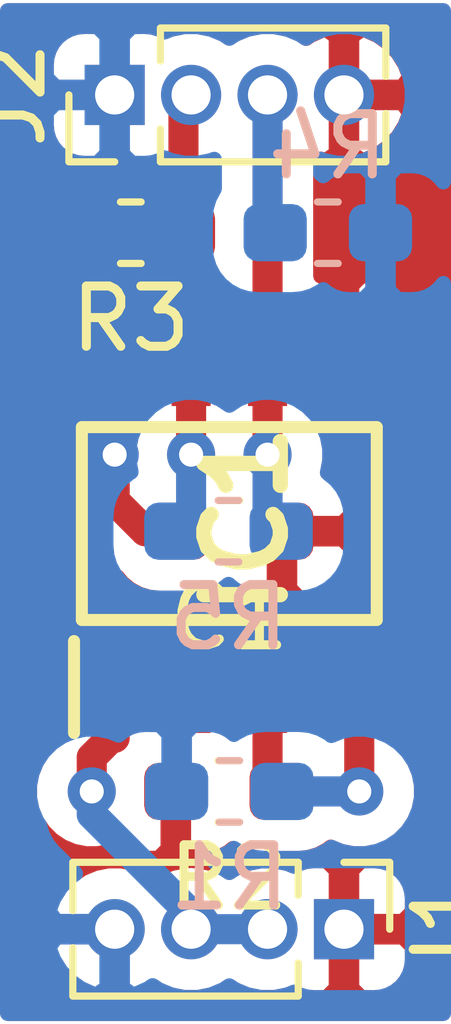
<source format=kicad_pcb>
(kicad_pcb (version 20171130) (host pcbnew "(5.1.5-0-10_14)")

  (general
    (thickness 1.6)
    (drawings 0)
    (tracks 39)
    (zones 0)
    (modules 9)
    (nets 8)
  )

  (page A4)
  (layers
    (0 F.Cu signal)
    (31 B.Cu signal)
    (32 B.Adhes user)
    (33 F.Adhes user)
    (34 B.Paste user)
    (35 F.Paste user)
    (36 B.SilkS user hide)
    (37 F.SilkS user hide)
    (38 B.Mask user)
    (39 F.Mask user)
    (40 Dwgs.User user)
    (41 Cmts.User user)
    (42 Eco1.User user)
    (43 Eco2.User user)
    (44 Edge.Cuts user)
    (45 Margin user)
    (46 B.CrtYd user)
    (47 F.CrtYd user)
    (48 B.Fab user hide)
    (49 F.Fab user hide)
  )

  (setup
    (last_trace_width 0.5)
    (user_trace_width 0.5)
    (user_trace_width 0.75)
    (trace_clearance 0.2)
    (zone_clearance 0.508)
    (zone_45_only no)
    (trace_min 0.2)
    (via_size 0.8)
    (via_drill 0.4)
    (via_min_size 0.4)
    (via_min_drill 0.3)
    (uvia_size 0.3)
    (uvia_drill 0.1)
    (uvias_allowed no)
    (uvia_min_size 0.2)
    (uvia_min_drill 0.1)
    (edge_width 0.05)
    (segment_width 0.2)
    (pcb_text_width 0.3)
    (pcb_text_size 1.5 1.5)
    (mod_edge_width 0.12)
    (mod_text_size 1 1)
    (mod_text_width 0.15)
    (pad_size 1.524 1.524)
    (pad_drill 0.762)
    (pad_to_mask_clearance 0.051)
    (solder_mask_min_width 0.25)
    (aux_axis_origin 0 0)
    (visible_elements FFFFFF7F)
    (pcbplotparams
      (layerselection 0x010fc_ffffffff)
      (usegerberextensions false)
      (usegerberattributes false)
      (usegerberadvancedattributes false)
      (creategerberjobfile false)
      (excludeedgelayer true)
      (linewidth 0.100000)
      (plotframeref false)
      (viasonmask false)
      (mode 1)
      (useauxorigin false)
      (hpglpennumber 1)
      (hpglpenspeed 20)
      (hpglpendiameter 15.000000)
      (psnegative false)
      (psa4output false)
      (plotreference true)
      (plotvalue true)
      (plotinvisibletext false)
      (padsonsilk false)
      (subtractmaskfromsilk false)
      (outputformat 1)
      (mirror false)
      (drillshape 1)
      (scaleselection 1)
      (outputdirectory ""))
  )

  (net 0 "")
  (net 1 +5V)
  (net 2 GND)
  (net 3 "Net-(IC1-Pad7)")
  (net 4 "Net-(IC1-Pad6)")
  (net 5 "Net-(IC1-Pad4)")
  (net 6 "Net-(IC1-Pad2)")
  (net 7 "Net-(IC1-Pad1)")

  (net_class Default "Dies ist die voreingestellte Netzklasse."
    (clearance 0.2)
    (trace_width 0.25)
    (via_dia 0.8)
    (via_drill 0.4)
    (uvia_dia 0.3)
    (uvia_drill 0.1)
    (add_net +5V)
    (add_net GND)
    (add_net "Net-(IC1-Pad1)")
    (add_net "Net-(IC1-Pad2)")
    (add_net "Net-(IC1-Pad4)")
    (add_net "Net-(IC1-Pad6)")
    (add_net "Net-(IC1-Pad7)")
  )

  (module Resistor_SMD:R_0603_1608Metric_Pad1.05x0.95mm_HandSolder (layer B.Cu) (tedit 5B301BBD) (tstamp 5F88C543)
    (at 15.734 20.701)
    (descr "Resistor SMD 0603 (1608 Metric), square (rectangular) end terminal, IPC_7351 nominal with elongated pad for handsoldering. (Body size source: http://www.tortai-tech.com/upload/download/2011102023233369053.pdf), generated with kicad-footprint-generator")
    (tags "resistor handsolder")
    (path /5F8908CE)
    (attr smd)
    (fp_text reference R5 (at 0 1.43) (layer B.SilkS)
      (effects (font (size 1 1) (thickness 0.15)) (justify mirror))
    )
    (fp_text value R120 (at 0 -1.43) (layer B.Fab)
      (effects (font (size 1 1) (thickness 0.15)) (justify mirror))
    )
    (fp_text user %R (at 0 0) (layer B.Fab)
      (effects (font (size 0.4 0.4) (thickness 0.06)) (justify mirror))
    )
    (fp_line (start 1.65 -0.73) (end -1.65 -0.73) (layer B.CrtYd) (width 0.05))
    (fp_line (start 1.65 0.73) (end 1.65 -0.73) (layer B.CrtYd) (width 0.05))
    (fp_line (start -1.65 0.73) (end 1.65 0.73) (layer B.CrtYd) (width 0.05))
    (fp_line (start -1.65 -0.73) (end -1.65 0.73) (layer B.CrtYd) (width 0.05))
    (fp_line (start -0.171267 -0.51) (end 0.171267 -0.51) (layer B.SilkS) (width 0.12))
    (fp_line (start -0.171267 0.51) (end 0.171267 0.51) (layer B.SilkS) (width 0.12))
    (fp_line (start 0.8 -0.4) (end -0.8 -0.4) (layer B.Fab) (width 0.1))
    (fp_line (start 0.8 0.4) (end 0.8 -0.4) (layer B.Fab) (width 0.1))
    (fp_line (start -0.8 0.4) (end 0.8 0.4) (layer B.Fab) (width 0.1))
    (fp_line (start -0.8 -0.4) (end -0.8 0.4) (layer B.Fab) (width 0.1))
    (pad 2 smd roundrect (at 0.875 0) (size 1.05 0.95) (layers B.Cu B.Paste B.Mask) (roundrect_rratio 0.25)
      (net 4 "Net-(IC1-Pad6)"))
    (pad 1 smd roundrect (at -0.875 0) (size 1.05 0.95) (layers B.Cu B.Paste B.Mask) (roundrect_rratio 0.25)
      (net 3 "Net-(IC1-Pad7)"))
    (model ${KISYS3DMOD}/Resistor_SMD.3dshapes/R_0603_1608Metric.wrl
      (at (xyz 0 0 0))
      (scale (xyz 1 1 1))
      (rotate (xyz 0 0 0))
    )
  )

  (module Resistor_SMD:R_0603_1608Metric_Pad1.05x0.95mm_HandSolder (layer B.Cu) (tedit 5B301BBD) (tstamp 5F88C532)
    (at 17.385 15.748 180)
    (descr "Resistor SMD 0603 (1608 Metric), square (rectangular) end terminal, IPC_7351 nominal with elongated pad for handsoldering. (Body size source: http://www.tortai-tech.com/upload/download/2011102023233369053.pdf), generated with kicad-footprint-generator")
    (tags "resistor handsolder")
    (path /5F88C099)
    (attr smd)
    (fp_text reference R4 (at 0 1.43) (layer B.SilkS)
      (effects (font (size 1 1) (thickness 0.15)) (justify mirror))
    )
    (fp_text value R20k (at 0 -1.43) (layer B.Fab)
      (effects (font (size 1 1) (thickness 0.15)) (justify mirror))
    )
    (fp_text user %R (at 0 0) (layer B.Fab)
      (effects (font (size 0.4 0.4) (thickness 0.06)) (justify mirror))
    )
    (fp_line (start 1.65 -0.73) (end -1.65 -0.73) (layer B.CrtYd) (width 0.05))
    (fp_line (start 1.65 0.73) (end 1.65 -0.73) (layer B.CrtYd) (width 0.05))
    (fp_line (start -1.65 0.73) (end 1.65 0.73) (layer B.CrtYd) (width 0.05))
    (fp_line (start -1.65 -0.73) (end -1.65 0.73) (layer B.CrtYd) (width 0.05))
    (fp_line (start -0.171267 -0.51) (end 0.171267 -0.51) (layer B.SilkS) (width 0.12))
    (fp_line (start -0.171267 0.51) (end 0.171267 0.51) (layer B.SilkS) (width 0.12))
    (fp_line (start 0.8 -0.4) (end -0.8 -0.4) (layer B.Fab) (width 0.1))
    (fp_line (start 0.8 0.4) (end 0.8 -0.4) (layer B.Fab) (width 0.1))
    (fp_line (start -0.8 0.4) (end 0.8 0.4) (layer B.Fab) (width 0.1))
    (fp_line (start -0.8 -0.4) (end -0.8 0.4) (layer B.Fab) (width 0.1))
    (pad 2 smd roundrect (at 0.875 0 180) (size 1.05 0.95) (layers B.Cu B.Paste B.Mask) (roundrect_rratio 0.25)
      (net 4 "Net-(IC1-Pad6)"))
    (pad 1 smd roundrect (at -0.875 0 180) (size 1.05 0.95) (layers B.Cu B.Paste B.Mask) (roundrect_rratio 0.25)
      (net 1 +5V))
    (model ${KISYS3DMOD}/Resistor_SMD.3dshapes/R_0603_1608Metric.wrl
      (at (xyz 0 0 0))
      (scale (xyz 1 1 1))
      (rotate (xyz 0 0 0))
    )
  )

  (module Resistor_SMD:R_0603_1608Metric_Pad1.05x0.95mm_HandSolder (layer F.Cu) (tedit 5B301BBD) (tstamp 5F88C521)
    (at 14.111 15.748 180)
    (descr "Resistor SMD 0603 (1608 Metric), square (rectangular) end terminal, IPC_7351 nominal with elongated pad for handsoldering. (Body size source: http://www.tortai-tech.com/upload/download/2011102023233369053.pdf), generated with kicad-footprint-generator")
    (tags "resistor handsolder")
    (path /5F88D188)
    (attr smd)
    (fp_text reference R3 (at 0 -1.43) (layer F.SilkS)
      (effects (font (size 1 1) (thickness 0.15)))
    )
    (fp_text value R20k (at 0 1.43) (layer F.Fab)
      (effects (font (size 1 1) (thickness 0.15)))
    )
    (fp_text user %R (at 0 0) (layer F.Fab)
      (effects (font (size 0.4 0.4) (thickness 0.06)))
    )
    (fp_line (start 1.65 0.73) (end -1.65 0.73) (layer F.CrtYd) (width 0.05))
    (fp_line (start 1.65 -0.73) (end 1.65 0.73) (layer F.CrtYd) (width 0.05))
    (fp_line (start -1.65 -0.73) (end 1.65 -0.73) (layer F.CrtYd) (width 0.05))
    (fp_line (start -1.65 0.73) (end -1.65 -0.73) (layer F.CrtYd) (width 0.05))
    (fp_line (start -0.171267 0.51) (end 0.171267 0.51) (layer F.SilkS) (width 0.12))
    (fp_line (start -0.171267 -0.51) (end 0.171267 -0.51) (layer F.SilkS) (width 0.12))
    (fp_line (start 0.8 0.4) (end -0.8 0.4) (layer F.Fab) (width 0.1))
    (fp_line (start 0.8 -0.4) (end 0.8 0.4) (layer F.Fab) (width 0.1))
    (fp_line (start -0.8 -0.4) (end 0.8 -0.4) (layer F.Fab) (width 0.1))
    (fp_line (start -0.8 0.4) (end -0.8 -0.4) (layer F.Fab) (width 0.1))
    (pad 2 smd roundrect (at 0.875 0 180) (size 1.05 0.95) (layers F.Cu F.Paste F.Mask) (roundrect_rratio 0.25)
      (net 2 GND))
    (pad 1 smd roundrect (at -0.875 0 180) (size 1.05 0.95) (layers F.Cu F.Paste F.Mask) (roundrect_rratio 0.25)
      (net 3 "Net-(IC1-Pad7)"))
    (model ${KISYS3DMOD}/Resistor_SMD.3dshapes/R_0603_1608Metric.wrl
      (at (xyz 0 0 0))
      (scale (xyz 1 1 1))
      (rotate (xyz 0 0 0))
    )
  )

  (module Resistor_SMD:R_0603_1608Metric_Pad1.05x0.95mm_HandSolder (layer F.Cu) (tedit 5B301BBD) (tstamp 5F88C510)
    (at 15.734 25.019 180)
    (descr "Resistor SMD 0603 (1608 Metric), square (rectangular) end terminal, IPC_7351 nominal with elongated pad for handsoldering. (Body size source: http://www.tortai-tech.com/upload/download/2011102023233369053.pdf), generated with kicad-footprint-generator")
    (tags "resistor handsolder")
    (path /646DE661)
    (attr smd)
    (fp_text reference R2 (at 0 -1.43) (layer F.SilkS)
      (effects (font (size 1 1) (thickness 0.15)))
    )
    (fp_text value R10k (at 0 1.43) (layer F.Fab)
      (effects (font (size 1 1) (thickness 0.15)))
    )
    (fp_text user %R (at 0 0) (layer F.Fab)
      (effects (font (size 0.4 0.4) (thickness 0.06)))
    )
    (fp_line (start 1.65 0.73) (end -1.65 0.73) (layer F.CrtYd) (width 0.05))
    (fp_line (start 1.65 -0.73) (end 1.65 0.73) (layer F.CrtYd) (width 0.05))
    (fp_line (start -1.65 -0.73) (end 1.65 -0.73) (layer F.CrtYd) (width 0.05))
    (fp_line (start -1.65 0.73) (end -1.65 -0.73) (layer F.CrtYd) (width 0.05))
    (fp_line (start -0.171267 0.51) (end 0.171267 0.51) (layer F.SilkS) (width 0.12))
    (fp_line (start -0.171267 -0.51) (end 0.171267 -0.51) (layer F.SilkS) (width 0.12))
    (fp_line (start 0.8 0.4) (end -0.8 0.4) (layer F.Fab) (width 0.1))
    (fp_line (start 0.8 -0.4) (end 0.8 0.4) (layer F.Fab) (width 0.1))
    (fp_line (start -0.8 -0.4) (end 0.8 -0.4) (layer F.Fab) (width 0.1))
    (fp_line (start -0.8 0.4) (end -0.8 -0.4) (layer F.Fab) (width 0.1))
    (pad 2 smd roundrect (at 0.875 0 180) (size 1.05 0.95) (layers F.Cu F.Paste F.Mask) (roundrect_rratio 0.25)
      (net 2 GND))
    (pad 1 smd roundrect (at -0.875 0 180) (size 1.05 0.95) (layers F.Cu F.Paste F.Mask) (roundrect_rratio 0.25)
      (net 6 "Net-(IC1-Pad2)"))
    (model ${KISYS3DMOD}/Resistor_SMD.3dshapes/R_0603_1608Metric.wrl
      (at (xyz 0 0 0))
      (scale (xyz 1 1 1))
      (rotate (xyz 0 0 0))
    )
  )

  (module Resistor_SMD:R_0603_1608Metric_Pad1.05x0.95mm_HandSolder (layer B.Cu) (tedit 5B301BBD) (tstamp 5F88C4FF)
    (at 15.748 25.019)
    (descr "Resistor SMD 0603 (1608 Metric), square (rectangular) end terminal, IPC_7351 nominal with elongated pad for handsoldering. (Body size source: http://www.tortai-tech.com/upload/download/2011102023233369053.pdf), generated with kicad-footprint-generator")
    (tags "resistor handsolder")
    (path /646E110B)
    (attr smd)
    (fp_text reference R1 (at 0 1.43) (layer B.SilkS)
      (effects (font (size 1 1) (thickness 0.15)) (justify mirror))
    )
    (fp_text value R10k (at 0 -1.43) (layer B.Fab)
      (effects (font (size 1 1) (thickness 0.15)) (justify mirror))
    )
    (fp_text user %R (at 0 0) (layer B.Fab)
      (effects (font (size 0.4 0.4) (thickness 0.06)) (justify mirror))
    )
    (fp_line (start 1.65 -0.73) (end -1.65 -0.73) (layer B.CrtYd) (width 0.05))
    (fp_line (start 1.65 0.73) (end 1.65 -0.73) (layer B.CrtYd) (width 0.05))
    (fp_line (start -1.65 0.73) (end 1.65 0.73) (layer B.CrtYd) (width 0.05))
    (fp_line (start -1.65 -0.73) (end -1.65 0.73) (layer B.CrtYd) (width 0.05))
    (fp_line (start -0.171267 -0.51) (end 0.171267 -0.51) (layer B.SilkS) (width 0.12))
    (fp_line (start -0.171267 0.51) (end 0.171267 0.51) (layer B.SilkS) (width 0.12))
    (fp_line (start 0.8 -0.4) (end -0.8 -0.4) (layer B.Fab) (width 0.1))
    (fp_line (start 0.8 0.4) (end 0.8 -0.4) (layer B.Fab) (width 0.1))
    (fp_line (start -0.8 0.4) (end 0.8 0.4) (layer B.Fab) (width 0.1))
    (fp_line (start -0.8 -0.4) (end -0.8 0.4) (layer B.Fab) (width 0.1))
    (pad 2 smd roundrect (at 0.875 0) (size 1.05 0.95) (layers B.Cu B.Paste B.Mask) (roundrect_rratio 0.25)
      (net 5 "Net-(IC1-Pad4)"))
    (pad 1 smd roundrect (at -0.875 0) (size 1.05 0.95) (layers B.Cu B.Paste B.Mask) (roundrect_rratio 0.25)
      (net 1 +5V))
    (model ${KISYS3DMOD}/Resistor_SMD.3dshapes/R_0603_1608Metric.wrl
      (at (xyz 0 0 0))
      (scale (xyz 1 1 1))
      (rotate (xyz 0 0 0))
    )
  )

  (module Connector_PinHeader_1.27mm:PinHeader_1x04_P1.27mm_Vertical (layer F.Cu) (tedit 59FED6E3) (tstamp 5F88C4EE)
    (at 13.843 13.462 90)
    (descr "Through hole straight pin header, 1x04, 1.27mm pitch, single row")
    (tags "Through hole pin header THT 1x04 1.27mm single row")
    (path /646E413C)
    (fp_text reference J2 (at 0 -1.695 90) (layer F.SilkS)
      (effects (font (size 1 1) (thickness 0.15)))
    )
    (fp_text value Screw_Terminal_01x04 (at 0 5.505 90) (layer F.Fab)
      (effects (font (size 1 1) (thickness 0.15)))
    )
    (fp_text user %R (at 0 1.905) (layer F.Fab)
      (effects (font (size 1 1) (thickness 0.15)))
    )
    (fp_line (start 1.55 -1.15) (end -1.55 -1.15) (layer F.CrtYd) (width 0.05))
    (fp_line (start 1.55 4.95) (end 1.55 -1.15) (layer F.CrtYd) (width 0.05))
    (fp_line (start -1.55 4.95) (end 1.55 4.95) (layer F.CrtYd) (width 0.05))
    (fp_line (start -1.55 -1.15) (end -1.55 4.95) (layer F.CrtYd) (width 0.05))
    (fp_line (start -1.11 -0.76) (end 0 -0.76) (layer F.SilkS) (width 0.12))
    (fp_line (start -1.11 0) (end -1.11 -0.76) (layer F.SilkS) (width 0.12))
    (fp_line (start 0.563471 0.76) (end 1.11 0.76) (layer F.SilkS) (width 0.12))
    (fp_line (start -1.11 0.76) (end -0.563471 0.76) (layer F.SilkS) (width 0.12))
    (fp_line (start 1.11 0.76) (end 1.11 4.505) (layer F.SilkS) (width 0.12))
    (fp_line (start -1.11 0.76) (end -1.11 4.505) (layer F.SilkS) (width 0.12))
    (fp_line (start 0.30753 4.505) (end 1.11 4.505) (layer F.SilkS) (width 0.12))
    (fp_line (start -1.11 4.505) (end -0.30753 4.505) (layer F.SilkS) (width 0.12))
    (fp_line (start -1.05 -0.11) (end -0.525 -0.635) (layer F.Fab) (width 0.1))
    (fp_line (start -1.05 4.445) (end -1.05 -0.11) (layer F.Fab) (width 0.1))
    (fp_line (start 1.05 4.445) (end -1.05 4.445) (layer F.Fab) (width 0.1))
    (fp_line (start 1.05 -0.635) (end 1.05 4.445) (layer F.Fab) (width 0.1))
    (fp_line (start -0.525 -0.635) (end 1.05 -0.635) (layer F.Fab) (width 0.1))
    (pad 4 thru_hole oval (at 0 3.81 90) (size 1 1) (drill 0.65) (layers *.Cu *.Mask)
      (net 2 GND))
    (pad 3 thru_hole oval (at 0 2.54 90) (size 1 1) (drill 0.65) (layers *.Cu *.Mask)
      (net 4 "Net-(IC1-Pad6)"))
    (pad 2 thru_hole oval (at 0 1.27 90) (size 1 1) (drill 0.65) (layers *.Cu *.Mask)
      (net 3 "Net-(IC1-Pad7)"))
    (pad 1 thru_hole rect (at 0 0 90) (size 1 1) (drill 0.65) (layers *.Cu *.Mask)
      (net 1 +5V))
    (model ${KISYS3DMOD}/Connector_PinHeader_1.27mm.3dshapes/PinHeader_1x04_P1.27mm_Vertical.wrl
      (at (xyz 0 0 0))
      (scale (xyz 1 1 1))
      (rotate (xyz 0 0 0))
    )
  )

  (module Connector_PinHeader_1.27mm:PinHeader_1x04_P1.27mm_Vertical (layer F.Cu) (tedit 59FED6E3) (tstamp 5F88C4D4)
    (at 17.653 27.305 270)
    (descr "Through hole straight pin header, 1x04, 1.27mm pitch, single row")
    (tags "Through hole pin header THT 1x04 1.27mm single row")
    (path /646E5607)
    (fp_text reference J1 (at 0 -1.695 90) (layer F.SilkS)
      (effects (font (size 1 1) (thickness 0.15)))
    )
    (fp_text value Screw_Terminal_01x04 (at 0 5.505 90) (layer F.Fab)
      (effects (font (size 1 1) (thickness 0.15)))
    )
    (fp_text user %R (at 0 1.905) (layer F.Fab)
      (effects (font (size 1 1) (thickness 0.15)))
    )
    (fp_line (start 1.55 -1.15) (end -1.55 -1.15) (layer F.CrtYd) (width 0.05))
    (fp_line (start 1.55 4.95) (end 1.55 -1.15) (layer F.CrtYd) (width 0.05))
    (fp_line (start -1.55 4.95) (end 1.55 4.95) (layer F.CrtYd) (width 0.05))
    (fp_line (start -1.55 -1.15) (end -1.55 4.95) (layer F.CrtYd) (width 0.05))
    (fp_line (start -1.11 -0.76) (end 0 -0.76) (layer F.SilkS) (width 0.12))
    (fp_line (start -1.11 0) (end -1.11 -0.76) (layer F.SilkS) (width 0.12))
    (fp_line (start 0.563471 0.76) (end 1.11 0.76) (layer F.SilkS) (width 0.12))
    (fp_line (start -1.11 0.76) (end -0.563471 0.76) (layer F.SilkS) (width 0.12))
    (fp_line (start 1.11 0.76) (end 1.11 4.505) (layer F.SilkS) (width 0.12))
    (fp_line (start -1.11 0.76) (end -1.11 4.505) (layer F.SilkS) (width 0.12))
    (fp_line (start 0.30753 4.505) (end 1.11 4.505) (layer F.SilkS) (width 0.12))
    (fp_line (start -1.11 4.505) (end -0.30753 4.505) (layer F.SilkS) (width 0.12))
    (fp_line (start -1.05 -0.11) (end -0.525 -0.635) (layer F.Fab) (width 0.1))
    (fp_line (start -1.05 4.445) (end -1.05 -0.11) (layer F.Fab) (width 0.1))
    (fp_line (start 1.05 4.445) (end -1.05 4.445) (layer F.Fab) (width 0.1))
    (fp_line (start 1.05 -0.635) (end 1.05 4.445) (layer F.Fab) (width 0.1))
    (fp_line (start -0.525 -0.635) (end 1.05 -0.635) (layer F.Fab) (width 0.1))
    (pad 4 thru_hole oval (at 0 3.81 270) (size 1 1) (drill 0.65) (layers *.Cu *.Mask)
      (net 1 +5V))
    (pad 3 thru_hole oval (at 0 2.54 270) (size 1 1) (drill 0.65) (layers *.Cu *.Mask)
      (net 7 "Net-(IC1-Pad1)"))
    (pad 2 thru_hole oval (at 0 1.27 270) (size 1 1) (drill 0.65) (layers *.Cu *.Mask)
      (net 7 "Net-(IC1-Pad1)"))
    (pad 1 thru_hole rect (at 0 0 270) (size 1 1) (drill 0.65) (layers *.Cu *.Mask)
      (net 2 GND))
    (model ${KISYS3DMOD}/Connector_PinHeader_1.27mm.3dshapes/PinHeader_1x04_P1.27mm_Vertical.wrl
      (at (xyz 0 0 0))
      (scale (xyz 1 1 1))
      (rotate (xyz 0 0 0))
    )
  )

  (module MAX485ESA+T:SOIC127P600X175-8N (layer F.Cu) (tedit 5F887A95) (tstamp 5F88C4BA)
    (at 15.748 20.574 90)
    (descr "8 SO")
    (tags "Integrated Circuit")
    (path /646DCA8A)
    (attr smd)
    (fp_text reference IC1 (at 0.059999 0.272999 90) (layer F.SilkS)
      (effects (font (size 1.27 1.27) (thickness 0.254)))
    )
    (fp_text value MAX485ESA+T (at 0 0 90) (layer F.SilkS) hide
      (effects (font (size 1.27 1.27) (thickness 0.254)))
    )
    (fp_line (start -3.475 -2.58) (end -1.95 -2.58) (layer F.SilkS) (width 0.2))
    (fp_line (start -1.6 2.45) (end -1.6 -2.45) (layer F.SilkS) (width 0.2))
    (fp_line (start 1.6 2.45) (end -1.6 2.45) (layer F.SilkS) (width 0.2))
    (fp_line (start 1.6 -2.45) (end 1.6 2.45) (layer F.SilkS) (width 0.2))
    (fp_line (start -1.6 -2.45) (end 1.6 -2.45) (layer F.SilkS) (width 0.2))
    (fp_line (start -1.95 -1.18) (end -0.68 -2.45) (layer Dwgs.User) (width 0.1))
    (fp_line (start -1.95 2.45) (end -1.95 -2.45) (layer Dwgs.User) (width 0.1))
    (fp_line (start 1.95 2.45) (end -1.95 2.45) (layer Dwgs.User) (width 0.1))
    (fp_line (start 1.95 -2.45) (end 1.95 2.45) (layer Dwgs.User) (width 0.1))
    (fp_line (start -1.95 -2.45) (end 1.95 -2.45) (layer Dwgs.User) (width 0.1))
    (fp_line (start -3.725 2.75) (end -3.725 -2.75) (layer Dwgs.User) (width 0.05))
    (fp_line (start 3.725 2.75) (end -3.725 2.75) (layer Dwgs.User) (width 0.05))
    (fp_line (start 3.725 -2.75) (end 3.725 2.75) (layer Dwgs.User) (width 0.05))
    (fp_line (start -3.725 -2.75) (end 3.725 -2.75) (layer Dwgs.User) (width 0.05))
    (pad 8 smd rect (at 2.712 -1.905 180) (size 0.65 1.525) (layers F.Cu F.Paste F.Mask)
      (net 1 +5V))
    (pad 7 smd rect (at 2.712 -0.635 180) (size 0.65 1.525) (layers F.Cu F.Paste F.Mask)
      (net 3 "Net-(IC1-Pad7)"))
    (pad 6 smd rect (at 2.712 0.635 180) (size 0.65 1.525) (layers F.Cu F.Paste F.Mask)
      (net 4 "Net-(IC1-Pad6)"))
    (pad 5 smd rect (at 2.712 1.905 180) (size 0.65 1.525) (layers F.Cu F.Paste F.Mask)
      (net 2 GND))
    (pad 4 smd rect (at -2.712 1.905 180) (size 0.65 1.525) (layers F.Cu F.Paste F.Mask)
      (net 5 "Net-(IC1-Pad4)"))
    (pad 3 smd rect (at -2.712 0.635 180) (size 0.65 1.525) (layers F.Cu F.Paste F.Mask)
      (net 6 "Net-(IC1-Pad2)"))
    (pad 2 smd rect (at -2.712 -0.635 180) (size 0.65 1.525) (layers F.Cu F.Paste F.Mask)
      (net 6 "Net-(IC1-Pad2)"))
    (pad 1 smd rect (at -2.712 -1.905 180) (size 0.65 1.525) (layers F.Cu F.Paste F.Mask)
      (net 7 "Net-(IC1-Pad1)"))
  )

  (module Capacitor_SMD:C_0603_1608Metric_Pad1.05x0.95mm_HandSolder (layer F.Cu) (tedit 5B301BBE) (tstamp 5F88C4A0)
    (at 15.748 20.701 180)
    (descr "Capacitor SMD 0603 (1608 Metric), square (rectangular) end terminal, IPC_7351 nominal with elongated pad for handsoldering. (Body size source: http://www.tortai-tech.com/upload/download/2011102023233369053.pdf), generated with kicad-footprint-generator")
    (tags "capacitor handsolder")
    (path /646E2BDE)
    (attr smd)
    (fp_text reference C1 (at 0 -1.43) (layer F.SilkS)
      (effects (font (size 1 1) (thickness 0.15)))
    )
    (fp_text value C100n (at 0 1.43) (layer F.Fab)
      (effects (font (size 1 1) (thickness 0.15)))
    )
    (fp_text user %R (at 0 0) (layer F.Fab)
      (effects (font (size 0.4 0.4) (thickness 0.06)))
    )
    (fp_line (start 1.65 0.73) (end -1.65 0.73) (layer F.CrtYd) (width 0.05))
    (fp_line (start 1.65 -0.73) (end 1.65 0.73) (layer F.CrtYd) (width 0.05))
    (fp_line (start -1.65 -0.73) (end 1.65 -0.73) (layer F.CrtYd) (width 0.05))
    (fp_line (start -1.65 0.73) (end -1.65 -0.73) (layer F.CrtYd) (width 0.05))
    (fp_line (start -0.171267 0.51) (end 0.171267 0.51) (layer F.SilkS) (width 0.12))
    (fp_line (start -0.171267 -0.51) (end 0.171267 -0.51) (layer F.SilkS) (width 0.12))
    (fp_line (start 0.8 0.4) (end -0.8 0.4) (layer F.Fab) (width 0.1))
    (fp_line (start 0.8 -0.4) (end 0.8 0.4) (layer F.Fab) (width 0.1))
    (fp_line (start -0.8 -0.4) (end 0.8 -0.4) (layer F.Fab) (width 0.1))
    (fp_line (start -0.8 0.4) (end -0.8 -0.4) (layer F.Fab) (width 0.1))
    (pad 2 smd roundrect (at 0.875 0 180) (size 1.05 0.95) (layers F.Cu F.Paste F.Mask) (roundrect_rratio 0.25)
      (net 1 +5V))
    (pad 1 smd roundrect (at -0.875 0 180) (size 1.05 0.95) (layers F.Cu F.Paste F.Mask) (roundrect_rratio 0.25)
      (net 2 GND))
    (model ${KISYS3DMOD}/Capacitor_SMD.3dshapes/C_0603_1608Metric.wrl
      (at (xyz 0 0 0))
      (scale (xyz 1 1 1))
      (rotate (xyz 0 0 0))
    )
  )

  (via (at 17.907 25.019) (size 0.8) (drill 0.4) (layers F.Cu B.Cu) (net 5))
  (via (at 13.843 19.431) (size 0.8) (drill 0.4) (layers F.Cu B.Cu) (net 1))
  (segment (start 13.843 19.431) (end 13.843 17.862) (width 0.5) (layer F.Cu) (net 1))
  (segment (start 14.348 20.701) (end 13.843 20.196) (width 0.5) (layer F.Cu) (net 1))
  (segment (start 14.873 20.701) (end 14.348 20.701) (width 0.5) (layer F.Cu) (net 1))
  (segment (start 13.843 20.196) (end 13.843 19.431) (width 0.5) (layer F.Cu) (net 1))
  (via (at 13.462 25.019) (size 0.8) (drill 0.4) (layers F.Cu B.Cu) (net 7))
  (via (at 15.113 19.431) (size 0.8) (drill 0.4) (layers F.Cu B.Cu) (net 3))
  (segment (start 15.113 20.447) (end 14.859 20.701) (width 0.5) (layer B.Cu) (net 3))
  (segment (start 15.113 19.431) (end 15.113 20.447) (width 0.5) (layer B.Cu) (net 3))
  (segment (start 15.113 19.431) (end 15.113 17.862) (width 0.5) (layer F.Cu) (net 3))
  (segment (start 14.986 13.589) (end 15.113 13.462) (width 0.5) (layer F.Cu) (net 3))
  (segment (start 14.986 15.748) (end 14.986 13.589) (width 0.5) (layer F.Cu) (net 3))
  (segment (start 14.986 17.735) (end 15.113 17.862) (width 0.5) (layer F.Cu) (net 3))
  (segment (start 14.986 15.748) (end 14.986 17.735) (width 0.5) (layer F.Cu) (net 3))
  (via (at 16.383 19.431) (size 0.8) (drill 0.4) (layers F.Cu B.Cu) (net 4))
  (segment (start 16.383 20.475) (end 16.609 20.701) (width 0.5) (layer B.Cu) (net 4))
  (segment (start 16.383 19.431) (end 16.383 20.475) (width 0.5) (layer B.Cu) (net 4))
  (segment (start 16.383 19.431) (end 16.383 17.862) (width 0.5) (layer F.Cu) (net 4))
  (segment (start 16.383 15.621) (end 16.51 15.748) (width 0.5) (layer B.Cu) (net 4))
  (segment (start 16.383 13.462) (end 16.383 15.621) (width 0.5) (layer B.Cu) (net 4))
  (segment (start 16.383 17.862) (end 16.383 13.462) (width 0.5) (layer F.Cu) (net 4))
  (segment (start 17.653 23.286) (end 17.653 23.749) (width 0.5) (layer F.Cu) (net 5))
  (segment (start 17.907 24.003) (end 17.907 25.019) (width 0.5) (layer F.Cu) (net 5))
  (segment (start 17.653 23.749) (end 17.907 24.003) (width 0.5) (layer F.Cu) (net 5))
  (segment (start 16.623 25.019) (end 17.907 25.019) (width 0.5) (layer B.Cu) (net 5))
  (segment (start 15.748 23.368) (end 15.621 23.241) (width 0.5) (layer F.Cu) (net 6))
  (segment (start 15.621 23.241) (end 16.383 23.286) (width 0.75) (layer F.Cu) (net 6))
  (segment (start 15.113 23.286) (end 15.621 23.241) (width 0.75) (layer F.Cu) (net 6))
  (segment (start 16.383 24.793) (end 16.609 25.019) (width 0.5) (layer F.Cu) (net 6))
  (segment (start 16.383 23.286) (end 16.383 24.793) (width 0.5) (layer F.Cu) (net 6))
  (segment (start 15.113 27.051) (end 15.113 27.305) (width 0.5) (layer F.Cu) (net 7))
  (segment (start 13.843 23.286) (end 13.843 24.13) (width 0.5) (layer F.Cu) (net 7))
  (segment (start 13.462 24.453315) (end 13.462 25.019) (width 0.5) (layer F.Cu) (net 7))
  (segment (start 13.785315 24.13) (end 13.462 24.453315) (width 0.5) (layer F.Cu) (net 7))
  (segment (start 13.843 24.13) (end 13.785315 24.13) (width 0.5) (layer F.Cu) (net 7))
  (segment (start 13.462 25.019) (end 13.462 25.4) (width 0.5) (layer B.Cu) (net 7))
  (segment (start 15.367 27.305) (end 16.383 27.305) (width 0.5) (layer B.Cu) (net 7))
  (segment (start 13.462 25.4) (end 15.367 27.305) (width 0.5) (layer B.Cu) (net 7))

  (zone (net 2) (net_name GND) (layer F.Cu) (tstamp 5F88D656) (hatch edge 0.508)
    (priority 1)
    (connect_pads (clearance 0.508))
    (min_thickness 0.254)
    (fill yes (arc_segments 32) (thermal_gap 0.508) (thermal_bridge_width 0.508))
    (polygon
      (pts
        (xy 19.431 28.829) (xy 11.938 28.829) (xy 11.938 11.938) (xy 19.431 11.938)
      )
    )
    (filled_polygon
      (pts
        (xy 19.304 28.702) (xy 12.065 28.702) (xy 12.065 27.193212) (xy 12.708 27.193212) (xy 12.708 27.416788)
        (xy 12.751617 27.636067) (xy 12.837176 27.842624) (xy 12.961388 28.02852) (xy 13.11948 28.186612) (xy 13.305376 28.310824)
        (xy 13.511933 28.396383) (xy 13.731212 28.44) (xy 13.954788 28.44) (xy 14.174067 28.396383) (xy 14.380624 28.310824)
        (xy 14.478 28.245759) (xy 14.575376 28.310824) (xy 14.781933 28.396383) (xy 15.001212 28.44) (xy 15.224788 28.44)
        (xy 15.444067 28.396383) (xy 15.650624 28.310824) (xy 15.748 28.245759) (xy 15.845376 28.310824) (xy 16.051933 28.396383)
        (xy 16.271212 28.44) (xy 16.494788 28.44) (xy 16.714067 28.396383) (xy 16.825774 28.350112) (xy 16.90882 28.394502)
        (xy 17.028518 28.430812) (xy 17.153 28.443072) (xy 17.36725 28.44) (xy 17.526 28.28125) (xy 17.526 27.432)
        (xy 17.78 27.432) (xy 17.78 28.28125) (xy 17.93875 28.44) (xy 18.153 28.443072) (xy 18.277482 28.430812)
        (xy 18.39718 28.394502) (xy 18.507494 28.335537) (xy 18.604185 28.256185) (xy 18.683537 28.159494) (xy 18.742502 28.04918)
        (xy 18.778812 27.929482) (xy 18.791072 27.805) (xy 18.788 27.59075) (xy 18.62925 27.432) (xy 17.78 27.432)
        (xy 17.526 27.432) (xy 17.514974 27.432) (xy 17.518 27.416788) (xy 17.518 27.193212) (xy 17.514974 27.178)
        (xy 17.526 27.178) (xy 17.526 26.32875) (xy 17.78 26.32875) (xy 17.78 27.178) (xy 18.62925 27.178)
        (xy 18.788 27.01925) (xy 18.791072 26.805) (xy 18.778812 26.680518) (xy 18.742502 26.56082) (xy 18.683537 26.450506)
        (xy 18.604185 26.353815) (xy 18.507494 26.274463) (xy 18.39718 26.215498) (xy 18.277482 26.179188) (xy 18.153 26.166928)
        (xy 17.93875 26.17) (xy 17.78 26.32875) (xy 17.526 26.32875) (xy 17.36725 26.17) (xy 17.153 26.166928)
        (xy 17.028518 26.179188) (xy 16.90882 26.215498) (xy 16.825774 26.259888) (xy 16.714067 26.213617) (xy 16.494788 26.17)
        (xy 16.271212 26.17) (xy 16.051933 26.213617) (xy 15.845376 26.299176) (xy 15.748 26.364241) (xy 15.650624 26.299176)
        (xy 15.444067 26.213617) (xy 15.319695 26.188878) (xy 15.286489 26.178805) (xy 15.251954 26.175404) (xy 15.224788 26.17)
        (xy 15.197089 26.17) (xy 15.113 26.161718) (xy 15.02891 26.17) (xy 15.001212 26.17) (xy 14.974047 26.175403)
        (xy 14.93951 26.178805) (xy 14.906303 26.188879) (xy 14.781933 26.213617) (xy 14.575376 26.299176) (xy 14.478 26.364241)
        (xy 14.380624 26.299176) (xy 14.174067 26.213617) (xy 13.954788 26.17) (xy 13.731212 26.17) (xy 13.511933 26.213617)
        (xy 13.305376 26.299176) (xy 13.11948 26.423388) (xy 12.961388 26.58148) (xy 12.837176 26.767376) (xy 12.751617 26.973933)
        (xy 12.708 27.193212) (xy 12.065 27.193212) (xy 12.065 24.917061) (xy 12.427 24.917061) (xy 12.427 25.120939)
        (xy 12.466774 25.320898) (xy 12.544795 25.509256) (xy 12.658063 25.678774) (xy 12.802226 25.822937) (xy 12.971744 25.936205)
        (xy 13.160102 26.014226) (xy 13.360061 26.054) (xy 13.563939 26.054) (xy 13.763898 26.014226) (xy 13.898836 25.958333)
        (xy 13.979506 26.024537) (xy 14.08982 26.083502) (xy 14.209518 26.119812) (xy 14.334 26.132072) (xy 14.57325 26.129)
        (xy 14.732 25.97025) (xy 14.732 25.146) (xy 14.712 25.146) (xy 14.712 24.892) (xy 14.732 24.892)
        (xy 14.732 24.872) (xy 14.986 24.872) (xy 14.986 24.892) (xy 15.006 24.892) (xy 15.006 25.146)
        (xy 14.986 25.146) (xy 14.986 25.97025) (xy 15.14475 26.129) (xy 15.384 26.132072) (xy 15.508482 26.119812)
        (xy 15.62818 26.083502) (xy 15.738494 26.024537) (xy 15.811161 25.964901) (xy 15.835058 25.984512) (xy 15.986433 26.065423)
        (xy 16.150684 26.115248) (xy 16.3215 26.132072) (xy 16.8965 26.132072) (xy 17.067316 26.115248) (xy 17.231567 26.065423)
        (xy 17.382942 25.984512) (xy 17.433398 25.943103) (xy 17.605102 26.014226) (xy 17.805061 26.054) (xy 18.008939 26.054)
        (xy 18.208898 26.014226) (xy 18.397256 25.936205) (xy 18.566774 25.822937) (xy 18.710937 25.678774) (xy 18.824205 25.509256)
        (xy 18.902226 25.320898) (xy 18.942 25.120939) (xy 18.942 24.917061) (xy 18.902226 24.717102) (xy 18.824205 24.528744)
        (xy 18.792 24.480546) (xy 18.792 24.046465) (xy 18.796281 24.002999) (xy 18.792 23.959533) (xy 18.792 23.959523)
        (xy 18.779195 23.82951) (xy 18.728589 23.662687) (xy 18.646411 23.508941) (xy 18.616072 23.471973) (xy 18.616072 22.5235)
        (xy 18.603812 22.399018) (xy 18.567502 22.27932) (xy 18.508537 22.169006) (xy 18.429185 22.072315) (xy 18.332494 21.992963)
        (xy 18.22218 21.933998) (xy 18.102482 21.897688) (xy 17.978 21.885428) (xy 17.328 21.885428) (xy 17.203518 21.897688)
        (xy 17.08382 21.933998) (xy 17.018 21.96918) (xy 16.95218 21.933998) (xy 16.832482 21.897688) (xy 16.708 21.885428)
        (xy 16.058 21.885428) (xy 15.933518 21.897688) (xy 15.81382 21.933998) (xy 15.748 21.96918) (xy 15.68218 21.933998)
        (xy 15.562482 21.897688) (xy 15.438 21.885428) (xy 14.788 21.885428) (xy 14.663518 21.897688) (xy 14.54382 21.933998)
        (xy 14.478 21.96918) (xy 14.41218 21.933998) (xy 14.292482 21.897688) (xy 14.168 21.885428) (xy 13.518 21.885428)
        (xy 13.393518 21.897688) (xy 13.27382 21.933998) (xy 13.163506 21.992963) (xy 13.066815 22.072315) (xy 12.987463 22.169006)
        (xy 12.928498 22.27932) (xy 12.892188 22.399018) (xy 12.879928 22.5235) (xy 12.879928 23.783809) (xy 12.866956 23.796781)
        (xy 12.833183 23.824498) (xy 12.722589 23.959257) (xy 12.640411 24.113003) (xy 12.589805 24.279826) (xy 12.577 24.409839)
        (xy 12.577 24.409846) (xy 12.572719 24.453315) (xy 12.575606 24.482632) (xy 12.544795 24.528744) (xy 12.466774 24.717102)
        (xy 12.427 24.917061) (xy 12.065 24.917061) (xy 12.065 16.223) (xy 12.072928 16.223) (xy 12.085188 16.347482)
        (xy 12.121498 16.46718) (xy 12.180463 16.577494) (xy 12.259815 16.674185) (xy 12.356506 16.753537) (xy 12.46682 16.812502)
        (xy 12.586518 16.848812) (xy 12.711 16.861072) (xy 12.927597 16.858291) (xy 12.892188 16.975018) (xy 12.879928 17.0995)
        (xy 12.879928 18.6245) (xy 12.892188 18.748982) (xy 12.928498 18.86868) (xy 12.948697 18.906469) (xy 12.925795 18.940744)
        (xy 12.847774 19.129102) (xy 12.808 19.329061) (xy 12.808 19.532939) (xy 12.847774 19.732898) (xy 12.925795 19.921256)
        (xy 12.958 19.969454) (xy 12.958 20.152531) (xy 12.953719 20.196) (xy 12.958 20.239469) (xy 12.958 20.239476)
        (xy 12.970805 20.369489) (xy 13.021411 20.536312) (xy 13.103589 20.690058) (xy 13.214183 20.824817) (xy 13.247956 20.852534)
        (xy 13.691466 21.296044) (xy 13.719183 21.329817) (xy 13.853941 21.440411) (xy 13.882876 21.455877) (xy 13.966377 21.557623)
        (xy 14.099058 21.666512) (xy 14.250433 21.747423) (xy 14.414684 21.797248) (xy 14.5855 21.814072) (xy 15.1605 21.814072)
        (xy 15.331316 21.797248) (xy 15.495567 21.747423) (xy 15.646942 21.666512) (xy 15.670839 21.646901) (xy 15.743506 21.706537)
        (xy 15.85382 21.765502) (xy 15.973518 21.801812) (xy 16.098 21.814072) (xy 16.33725 21.811) (xy 16.496 21.65225)
        (xy 16.496 20.828) (xy 16.75 20.828) (xy 16.75 21.65225) (xy 16.90875 21.811) (xy 17.148 21.814072)
        (xy 17.272482 21.801812) (xy 17.39218 21.765502) (xy 17.502494 21.706537) (xy 17.599185 21.627185) (xy 17.678537 21.530494)
        (xy 17.737502 21.42018) (xy 17.773812 21.300482) (xy 17.786072 21.176) (xy 17.783 20.98675) (xy 17.62425 20.828)
        (xy 16.75 20.828) (xy 16.496 20.828) (xy 16.476 20.828) (xy 16.476 20.574) (xy 16.496 20.574)
        (xy 16.496 20.554) (xy 16.75 20.554) (xy 16.75 20.574) (xy 17.62425 20.574) (xy 17.783 20.41525)
        (xy 17.786072 20.226) (xy 17.773812 20.101518) (xy 17.737502 19.98182) (xy 17.678537 19.871506) (xy 17.599185 19.774815)
        (xy 17.502494 19.695463) (xy 17.396899 19.639021) (xy 17.418 19.532939) (xy 17.418 19.329061) (xy 17.398039 19.228711)
        (xy 17.526 19.10075) (xy 17.526 17.989) (xy 17.78 17.989) (xy 17.78 19.10075) (xy 17.93875 19.2595)
        (xy 17.978 19.262572) (xy 18.102482 19.250312) (xy 18.22218 19.214002) (xy 18.332494 19.155037) (xy 18.429185 19.075685)
        (xy 18.508537 18.978994) (xy 18.567502 18.86868) (xy 18.603812 18.748982) (xy 18.616072 18.6245) (xy 18.613 18.14775)
        (xy 18.45425 17.989) (xy 17.78 17.989) (xy 17.526 17.989) (xy 17.506 17.989) (xy 17.506 17.735)
        (xy 17.526 17.735) (xy 17.526 16.62325) (xy 17.78 16.62325) (xy 17.78 17.735) (xy 18.45425 17.735)
        (xy 18.613 17.57625) (xy 18.616072 17.0995) (xy 18.603812 16.975018) (xy 18.567502 16.85532) (xy 18.508537 16.745006)
        (xy 18.429185 16.648315) (xy 18.332494 16.568963) (xy 18.22218 16.509998) (xy 18.102482 16.473688) (xy 17.978 16.461428)
        (xy 17.93875 16.4645) (xy 17.78 16.62325) (xy 17.526 16.62325) (xy 17.36725 16.4645) (xy 17.328 16.461428)
        (xy 17.268 16.467337) (xy 17.268 14.526948) (xy 17.296136 14.539446) (xy 17.351126 14.556119) (xy 17.526 14.429954)
        (xy 17.526 13.589) (xy 17.78 13.589) (xy 17.78 14.429954) (xy 17.954874 14.556119) (xy 18.009864 14.539446)
        (xy 18.213206 14.449123) (xy 18.39502 14.320865) (xy 18.548318 14.159601) (xy 18.66721 13.971529) (xy 18.747126 13.763876)
        (xy 18.622129 13.589) (xy 17.78 13.589) (xy 17.526 13.589) (xy 17.514974 13.589) (xy 17.518 13.573788)
        (xy 17.518 13.350212) (xy 17.514974 13.335) (xy 17.526 13.335) (xy 17.526 12.494046) (xy 17.78 12.494046)
        (xy 17.78 13.335) (xy 18.622129 13.335) (xy 18.747126 13.160124) (xy 18.66721 12.952471) (xy 18.548318 12.764399)
        (xy 18.39502 12.603135) (xy 18.213206 12.474877) (xy 18.009864 12.384554) (xy 17.954874 12.367881) (xy 17.78 12.494046)
        (xy 17.526 12.494046) (xy 17.351126 12.367881) (xy 17.296136 12.384554) (xy 17.092794 12.474877) (xy 17.022658 12.524353)
        (xy 16.920624 12.456176) (xy 16.714067 12.370617) (xy 16.494788 12.327) (xy 16.271212 12.327) (xy 16.051933 12.370617)
        (xy 15.845376 12.456176) (xy 15.748 12.521241) (xy 15.650624 12.456176) (xy 15.444067 12.370617) (xy 15.224788 12.327)
        (xy 15.001212 12.327) (xy 14.781933 12.370617) (xy 14.670226 12.416888) (xy 14.58718 12.372498) (xy 14.467482 12.336188)
        (xy 14.343 12.323928) (xy 13.343 12.323928) (xy 13.218518 12.336188) (xy 13.09882 12.372498) (xy 12.988506 12.431463)
        (xy 12.891815 12.510815) (xy 12.812463 12.607506) (xy 12.753498 12.71782) (xy 12.717188 12.837518) (xy 12.704928 12.962)
        (xy 12.704928 13.962) (xy 12.717188 14.086482) (xy 12.753498 14.20618) (xy 12.812463 14.316494) (xy 12.891815 14.413185)
        (xy 12.988506 14.492537) (xy 13.09882 14.551502) (xy 13.218518 14.587812) (xy 13.343 14.600072) (xy 14.101001 14.600072)
        (xy 14.101 14.734716) (xy 14.00518 14.683498) (xy 13.885482 14.647188) (xy 13.761 14.634928) (xy 13.52175 14.638)
        (xy 13.363 14.79675) (xy 13.363 15.621) (xy 13.383 15.621) (xy 13.383 15.875) (xy 13.363 15.875)
        (xy 13.363 15.895) (xy 13.109 15.895) (xy 13.109 15.875) (xy 12.23475 15.875) (xy 12.076 16.03375)
        (xy 12.072928 16.223) (xy 12.065 16.223) (xy 12.065 15.273) (xy 12.072928 15.273) (xy 12.076 15.46225)
        (xy 12.23475 15.621) (xy 13.109 15.621) (xy 13.109 14.79675) (xy 12.95025 14.638) (xy 12.711 14.634928)
        (xy 12.586518 14.647188) (xy 12.46682 14.683498) (xy 12.356506 14.742463) (xy 12.259815 14.821815) (xy 12.180463 14.918506)
        (xy 12.121498 15.02882) (xy 12.085188 15.148518) (xy 12.072928 15.273) (xy 12.065 15.273) (xy 12.065 12.065)
        (xy 19.304 12.065)
      )
    )
  )
  (zone (net 1) (net_name +5V) (layer B.Cu) (tstamp 5F88D653) (hatch edge 0.508)
    (priority 1)
    (connect_pads (clearance 0.508))
    (min_thickness 0.254)
    (fill yes (arc_segments 32) (thermal_gap 0.508) (thermal_bridge_width 0.508))
    (polygon
      (pts
        (xy 19.431 28.829) (xy 11.938 28.829) (xy 11.938 11.938) (xy 19.431 11.938)
      )
    )
    (filled_polygon
      (pts
        (xy 19.304 14.904448) (xy 19.236185 14.821815) (xy 19.139494 14.742463) (xy 19.02918 14.683498) (xy 18.909482 14.647188)
        (xy 18.785 14.634928) (xy 18.54575 14.638) (xy 18.387 14.79675) (xy 18.387 15.621) (xy 18.407 15.621)
        (xy 18.407 15.875) (xy 18.387 15.875) (xy 18.387 16.69925) (xy 18.54575 16.858) (xy 18.785 16.861072)
        (xy 18.909482 16.848812) (xy 19.02918 16.812502) (xy 19.139494 16.753537) (xy 19.236185 16.674185) (xy 19.304 16.591552)
        (xy 19.304 28.702) (xy 12.065 28.702) (xy 12.065 27.606876) (xy 12.748874 27.606876) (xy 12.82879 27.814529)
        (xy 12.947682 28.002601) (xy 13.10098 28.163865) (xy 13.282794 28.292123) (xy 13.486136 28.382446) (xy 13.541126 28.399119)
        (xy 13.716 28.272954) (xy 13.716 27.432) (xy 12.873871 27.432) (xy 12.748874 27.606876) (xy 12.065 27.606876)
        (xy 12.065 24.917061) (xy 12.427 24.917061) (xy 12.427 25.120939) (xy 12.466774 25.320898) (xy 12.544795 25.509256)
        (xy 12.591543 25.57922) (xy 12.640411 25.740313) (xy 12.722589 25.894059) (xy 12.833184 26.028817) (xy 12.866951 26.056529)
        (xy 13.192204 26.381782) (xy 13.10098 26.446135) (xy 12.947682 26.607399) (xy 12.82879 26.795471) (xy 12.748874 27.003124)
        (xy 12.873871 27.178) (xy 13.716 27.178) (xy 13.716 27.158) (xy 13.968421 27.158) (xy 13.97 27.159579)
        (xy 13.97 27.178) (xy 13.981026 27.178) (xy 13.978 27.193212) (xy 13.978 27.416788) (xy 13.981026 27.432)
        (xy 13.97 27.432) (xy 13.97 28.272954) (xy 14.144874 28.399119) (xy 14.199864 28.382446) (xy 14.403206 28.292123)
        (xy 14.473342 28.242647) (xy 14.575376 28.310824) (xy 14.781933 28.396383) (xy 15.001212 28.44) (xy 15.224788 28.44)
        (xy 15.444067 28.396383) (xy 15.650624 28.310824) (xy 15.748 28.245759) (xy 15.845376 28.310824) (xy 16.051933 28.396383)
        (xy 16.271212 28.44) (xy 16.494788 28.44) (xy 16.714067 28.396383) (xy 16.825774 28.350112) (xy 16.90882 28.394502)
        (xy 17.028518 28.430812) (xy 17.153 28.443072) (xy 18.153 28.443072) (xy 18.277482 28.430812) (xy 18.39718 28.394502)
        (xy 18.507494 28.335537) (xy 18.604185 28.256185) (xy 18.683537 28.159494) (xy 18.742502 28.04918) (xy 18.778812 27.929482)
        (xy 18.791072 27.805) (xy 18.791072 26.805) (xy 18.778812 26.680518) (xy 18.742502 26.56082) (xy 18.683537 26.450506)
        (xy 18.604185 26.353815) (xy 18.507494 26.274463) (xy 18.39718 26.215498) (xy 18.277482 26.179188) (xy 18.153 26.166928)
        (xy 17.153 26.166928) (xy 17.028518 26.179188) (xy 16.90882 26.215498) (xy 16.825774 26.259888) (xy 16.714067 26.213617)
        (xy 16.494788 26.17) (xy 16.271212 26.17) (xy 16.051933 26.213617) (xy 15.845376 26.299176) (xy 15.748 26.364241)
        (xy 15.650624 26.299176) (xy 15.585977 26.272398) (xy 15.441378 26.1278) (xy 15.522482 26.119812) (xy 15.64218 26.083502)
        (xy 15.752494 26.024537) (xy 15.825161 25.964901) (xy 15.849058 25.984512) (xy 16.000433 26.065423) (xy 16.164684 26.115248)
        (xy 16.3355 26.132072) (xy 16.9105 26.132072) (xy 17.081316 26.115248) (xy 17.245567 26.065423) (xy 17.396942 25.984512)
        (xy 17.442702 25.946957) (xy 17.605102 26.014226) (xy 17.805061 26.054) (xy 18.008939 26.054) (xy 18.208898 26.014226)
        (xy 18.397256 25.936205) (xy 18.566774 25.822937) (xy 18.710937 25.678774) (xy 18.824205 25.509256) (xy 18.902226 25.320898)
        (xy 18.942 25.120939) (xy 18.942 24.917061) (xy 18.902226 24.717102) (xy 18.824205 24.528744) (xy 18.710937 24.359226)
        (xy 18.566774 24.215063) (xy 18.397256 24.101795) (xy 18.208898 24.023774) (xy 18.008939 23.984) (xy 17.805061 23.984)
        (xy 17.605102 24.023774) (xy 17.442702 24.091043) (xy 17.396942 24.053488) (xy 17.245567 23.972577) (xy 17.081316 23.922752)
        (xy 16.9105 23.905928) (xy 16.3355 23.905928) (xy 16.164684 23.922752) (xy 16.000433 23.972577) (xy 15.849058 24.053488)
        (xy 15.825161 24.073099) (xy 15.752494 24.013463) (xy 15.64218 23.954498) (xy 15.522482 23.918188) (xy 15.398 23.905928)
        (xy 15.15875 23.909) (xy 15 24.06775) (xy 15 24.892) (xy 15.02 24.892) (xy 15.02 25.146)
        (xy 15 25.146) (xy 15 25.166) (xy 14.746 25.166) (xy 14.746 25.146) (xy 14.726 25.146)
        (xy 14.726 24.892) (xy 14.746 24.892) (xy 14.746 24.06775) (xy 14.58725 23.909) (xy 14.348 23.905928)
        (xy 14.223518 23.918188) (xy 14.10382 23.954498) (xy 13.993506 24.013463) (xy 13.90814 24.083521) (xy 13.763898 24.023774)
        (xy 13.563939 23.984) (xy 13.360061 23.984) (xy 13.160102 24.023774) (xy 12.971744 24.101795) (xy 12.802226 24.215063)
        (xy 12.658063 24.359226) (xy 12.544795 24.528744) (xy 12.466774 24.717102) (xy 12.427 24.917061) (xy 12.065 24.917061)
        (xy 12.065 20.4635) (xy 13.695928 20.4635) (xy 13.695928 20.9385) (xy 13.712752 21.109316) (xy 13.762577 21.273567)
        (xy 13.843488 21.424942) (xy 13.952377 21.557623) (xy 14.085058 21.666512) (xy 14.236433 21.747423) (xy 14.400684 21.797248)
        (xy 14.5715 21.814072) (xy 15.1465 21.814072) (xy 15.317316 21.797248) (xy 15.481567 21.747423) (xy 15.632942 21.666512)
        (xy 15.734 21.583575) (xy 15.835058 21.666512) (xy 15.986433 21.747423) (xy 16.150684 21.797248) (xy 16.3215 21.814072)
        (xy 16.8965 21.814072) (xy 17.067316 21.797248) (xy 17.231567 21.747423) (xy 17.382942 21.666512) (xy 17.515623 21.557623)
        (xy 17.624512 21.424942) (xy 17.705423 21.273567) (xy 17.755248 21.109316) (xy 17.772072 20.9385) (xy 17.772072 20.4635)
        (xy 17.755248 20.292684) (xy 17.705423 20.128433) (xy 17.624512 19.977058) (xy 17.515623 19.844377) (xy 17.382942 19.735488)
        (xy 17.378203 19.732955) (xy 17.378226 19.732898) (xy 17.418 19.532939) (xy 17.418 19.329061) (xy 17.378226 19.129102)
        (xy 17.300205 18.940744) (xy 17.186937 18.771226) (xy 17.042774 18.627063) (xy 16.873256 18.513795) (xy 16.684898 18.435774)
        (xy 16.484939 18.396) (xy 16.281061 18.396) (xy 16.081102 18.435774) (xy 15.892744 18.513795) (xy 15.748 18.61051)
        (xy 15.603256 18.513795) (xy 15.414898 18.435774) (xy 15.214939 18.396) (xy 15.011061 18.396) (xy 14.811102 18.435774)
        (xy 14.622744 18.513795) (xy 14.453226 18.627063) (xy 14.309063 18.771226) (xy 14.195795 18.940744) (xy 14.117774 19.129102)
        (xy 14.078 19.329061) (xy 14.078 19.532939) (xy 14.115096 19.719433) (xy 14.085058 19.735488) (xy 13.952377 19.844377)
        (xy 13.843488 19.977058) (xy 13.762577 20.128433) (xy 13.712752 20.292684) (xy 13.695928 20.4635) (xy 12.065 20.4635)
        (xy 12.065 13.962) (xy 12.704928 13.962) (xy 12.717188 14.086482) (xy 12.753498 14.20618) (xy 12.812463 14.316494)
        (xy 12.891815 14.413185) (xy 12.988506 14.492537) (xy 13.09882 14.551502) (xy 13.218518 14.587812) (xy 13.343 14.600072)
        (xy 13.55725 14.597) (xy 13.716 14.43825) (xy 13.716 13.589) (xy 12.86675 13.589) (xy 12.708 13.74775)
        (xy 12.704928 13.962) (xy 12.065 13.962) (xy 12.065 12.962) (xy 12.704928 12.962) (xy 12.708 13.17625)
        (xy 12.86675 13.335) (xy 13.716 13.335) (xy 13.716 12.48575) (xy 13.97 12.48575) (xy 13.97 13.335)
        (xy 13.981026 13.335) (xy 13.978 13.350212) (xy 13.978 13.573788) (xy 13.981026 13.589) (xy 13.97 13.589)
        (xy 13.97 14.43825) (xy 14.12875 14.597) (xy 14.343 14.600072) (xy 14.467482 14.587812) (xy 14.58718 14.551502)
        (xy 14.670226 14.507112) (xy 14.781933 14.553383) (xy 15.001212 14.597) (xy 15.224788 14.597) (xy 15.444067 14.553383)
        (xy 15.498 14.531043) (xy 15.498001 15.019778) (xy 15.494488 15.024058) (xy 15.413577 15.175433) (xy 15.363752 15.339684)
        (xy 15.346928 15.5105) (xy 15.346928 15.9855) (xy 15.363752 16.156316) (xy 15.413577 16.320567) (xy 15.494488 16.471942)
        (xy 15.603377 16.604623) (xy 15.736058 16.713512) (xy 15.887433 16.794423) (xy 16.051684 16.844248) (xy 16.2225 16.861072)
        (xy 16.7975 16.861072) (xy 16.968316 16.844248) (xy 17.132567 16.794423) (xy 17.283942 16.713512) (xy 17.307839 16.693901)
        (xy 17.380506 16.753537) (xy 17.49082 16.812502) (xy 17.610518 16.848812) (xy 17.735 16.861072) (xy 17.97425 16.858)
        (xy 18.133 16.69925) (xy 18.133 15.875) (xy 18.113 15.875) (xy 18.113 15.621) (xy 18.133 15.621)
        (xy 18.133 14.79675) (xy 17.97425 14.638) (xy 17.735 14.634928) (xy 17.610518 14.647188) (xy 17.49082 14.683498)
        (xy 17.380506 14.742463) (xy 17.307839 14.802099) (xy 17.283942 14.782488) (xy 17.268 14.773967) (xy 17.268 14.531043)
        (xy 17.321933 14.553383) (xy 17.541212 14.597) (xy 17.764788 14.597) (xy 17.984067 14.553383) (xy 18.190624 14.467824)
        (xy 18.37652 14.343612) (xy 18.534612 14.18552) (xy 18.658824 13.999624) (xy 18.744383 13.793067) (xy 18.788 13.573788)
        (xy 18.788 13.350212) (xy 18.744383 13.130933) (xy 18.658824 12.924376) (xy 18.534612 12.73848) (xy 18.37652 12.580388)
        (xy 18.190624 12.456176) (xy 17.984067 12.370617) (xy 17.764788 12.327) (xy 17.541212 12.327) (xy 17.321933 12.370617)
        (xy 17.115376 12.456176) (xy 17.018 12.521241) (xy 16.920624 12.456176) (xy 16.714067 12.370617) (xy 16.494788 12.327)
        (xy 16.271212 12.327) (xy 16.051933 12.370617) (xy 15.845376 12.456176) (xy 15.748 12.521241) (xy 15.650624 12.456176)
        (xy 15.444067 12.370617) (xy 15.224788 12.327) (xy 15.001212 12.327) (xy 14.781933 12.370617) (xy 14.670226 12.416888)
        (xy 14.58718 12.372498) (xy 14.467482 12.336188) (xy 14.343 12.323928) (xy 14.12875 12.327) (xy 13.97 12.48575)
        (xy 13.716 12.48575) (xy 13.55725 12.327) (xy 13.343 12.323928) (xy 13.218518 12.336188) (xy 13.09882 12.372498)
        (xy 12.988506 12.431463) (xy 12.891815 12.510815) (xy 12.812463 12.607506) (xy 12.753498 12.71782) (xy 12.717188 12.837518)
        (xy 12.704928 12.962) (xy 12.065 12.962) (xy 12.065 12.065) (xy 19.304 12.065)
      )
    )
  )
)

</source>
